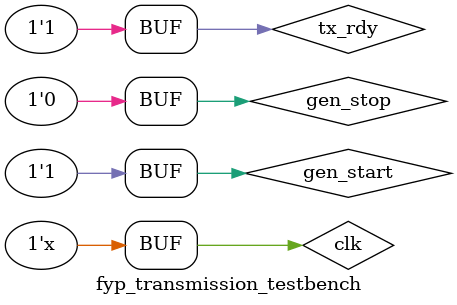
<source format=v>
/* 
	FPGA-implemented Network Packet Generator
	Student: Patrick Corley
	Student ID: 15181383
	Supervisor: Richard Conway
	
	Description: 
	Testbench for simulation and testing of fyp_transmission verilog block.
	fyp_transmission receives packets generated within the fyp_udp_block and transmits them 
	to the MAC block over an Avalon-ST interface. 
	The only input stimuli required for this module are the clock, generator start and transmission 
	ready signals.
	We are able to probe the output signals of the fyp_transmission block in Modelsim
	without explicitly connecting them to this testbench.
*/

`timescale 1ns/1ns

module fyp_transmission_testbench;

reg clk;
reg gen_start;
reg gen_stop;
reg tx_rdy;




fyp_transmission fyp_transmission1(

	.clk(clk),
	.gen_start(gen_start),
	.gen_stop(gen_stop),
	.eth_ast_tx_data(),
	.eth_ast_tx_eop(),
	.eth_ast_tx_err(),
	.eth_ast_tx_empty(),
	.eth_ast_tx_rdy(tx_rdy),
	.eth_ast_tx_sop(),
	.eth_ast_tx_valid(),
	
	.eth_ast_rx_data(),
	.eth_ast_rx_eop(),
	.eth_ast_rx_err(),
	.eth_ast_rx_empty(),
	.eth_ast_rx_rdy(),
	.eth_ast_rx_sop(),
	.eth_ast_rx_valid()
	

);

initial
	begin
		// Initialize register values and allow settle time.
		clk <= 1'b0;
		gen_start <= 1'b0;
		gen_stop <= 1'b0;
		tx_rdy <= 1'b0;
		#10;
		tx_rdy <= 1'b1;
		#10;
		gen_start <= 1'b1;
		#100;
	
	end
	
	
always
	begin
		// Create clock signal
		#5; 
		clk = ~clk;
	end



endmodule
</source>
